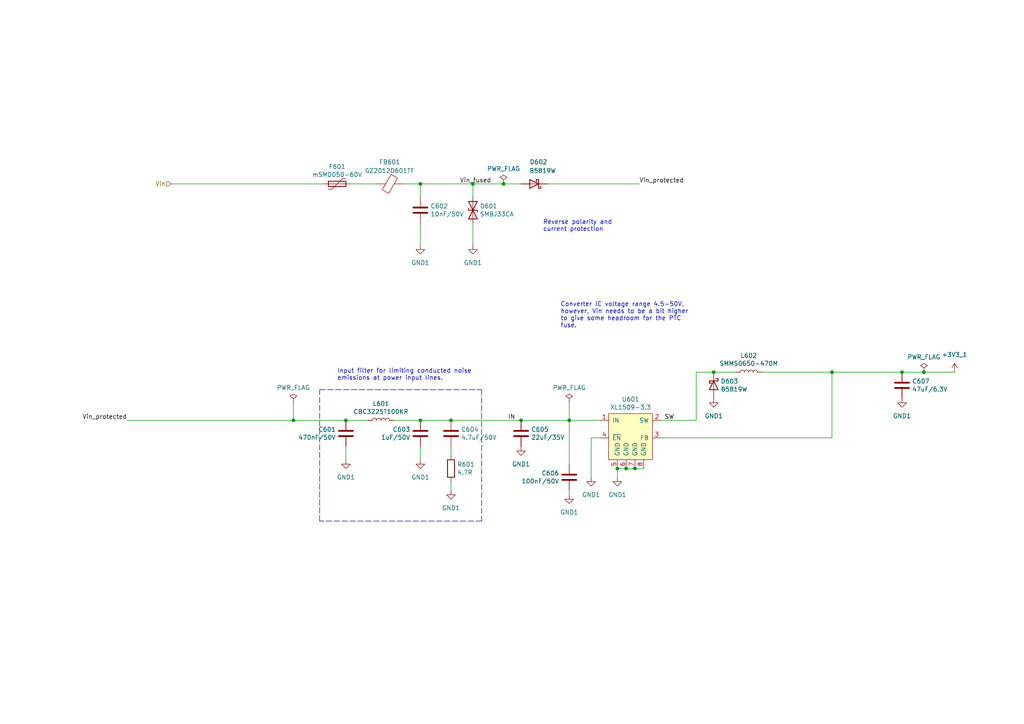
<source format=kicad_sch>
(kicad_sch (version 20211123) (generator eeschema)
  (paper "A4")
  (title_block (title "Sailor Hat WiFi Gateway") (date "2022-01-25") (rev "0.1.0") (company "Hat Labs Ltd") (comment 1 "https://creativecommons.org/licenses/by-sa/4.0") (comment 2 "To view a copy of this license, visit ") (comment 3 "SH-ESP32 is licensed under CC BY-SA 4.0."))
  (lib_symbols
    (symbol "Device:C" (pin_numbers hide) (pin_names (offset 0.254))
      (property "Reference" "C" (at 0.635 2.54 0))
      (property "Value" "C" (at 0.635 -2.54 0))
      (symbol "C_0_1"
        (polyline (pts (xy -2.032 -0.762) (xy 2.032 -0.762)) (stroke (width 0.508)))
        (polyline (pts (xy -2.032 0.762) (xy 2.032 0.762)) (stroke (width 0.508)))
      )
      (symbol "C_1_1"
        (pin passive line (at 0 3.81 270) (length 2.794) (name "~") (number "1"))
        (pin passive line (at 0 -3.81 90) (length 2.794) (name "~") (number "2"))
      )
    )
    (symbol "Device:D_Schottky" (pin_numbers hide) (pin_names (offset 1.016) hide)
      (property "Reference" "D" (at 0 2.54 0))
      (property "Value" "D_Schottky" (at 0 -2.54 0))
      (symbol "D_Schottky_0_1"
        (polyline (pts (xy 1.27 0) (xy -1.27 0)))
        (polyline (pts (xy 1.27 1.27) (xy 1.27 -1.27) (xy -1.27 0) (xy 1.27 1.27)) (stroke (width 0.254)))
        (polyline (pts (xy -1.905 0.635) (xy -1.905 1.27) (xy -1.27 1.27) (xy -1.27 -1.27) (xy -0.635 -1.27) (xy -0.635 -0.635)) (stroke (width 0.254)))
      )
      (symbol "D_Schottky_1_1"
        (pin passive line (at -3.81 0 0) (length 2.54) (name "K") (number "1"))
        (pin passive line (at 3.81 0 180) (length 2.54) (name "A") (number "2"))
      )
    )
    (symbol "Device:D_TVS" (pin_numbers hide) (pin_names (offset 1.016) hide)
      (property "Reference" "D" (at 0 2.54 0))
      (property "Value" "D_TVS" (at 0 -2.54 0))
      (symbol "D_TVS_0_1"
        (polyline (pts (xy 1.27 0) (xy -1.27 0)))
        (polyline (pts (xy 0.508 1.27) (xy 0 1.27) (xy 0 -1.27) (xy -0.508 -1.27)) (stroke (width 0.254)))
        (polyline (pts (xy -2.54 1.27) (xy -2.54 -1.27) (xy 2.54 1.27) (xy 2.54 -1.27) (xy -2.54 1.27)) (stroke (width 0.254)))
      )
      (symbol "D_TVS_1_1"
        (pin passive line (at -3.81 0 0) (length 2.54) (name "A1") (number "1"))
        (pin passive line (at 3.81 0 180) (length 2.54) (name "A2") (number "2"))
      )
    )
    (symbol "Device:FerriteBead" (pin_numbers hide) (pin_names (offset 0))
      (property "Reference" "FB" (at -3.81 0.635 90))
      (property "Value" "FerriteBead" (at 3.81 0 90))
      (symbol "FerriteBead_0_1"
        (polyline (pts (xy 0 -1.27) (xy 0 -1.2192)))
        (polyline (pts (xy 0 1.27) (xy 0 1.2954)))
        (polyline (pts (xy -2.7686 0.4064) (xy -1.7018 2.2606) (xy 2.7686 -0.3048) (xy 1.6764 -2.159) (xy -2.7686 0.4064)))
      )
      (symbol "FerriteBead_1_1"
        (pin passive line (at 0 3.81 270) (length 2.54) (name "~") (number "1"))
        (pin passive line (at 0 -3.81 90) (length 2.54) (name "~") (number "2"))
      )
    )
    (symbol "Device:L" (pin_numbers hide) (pin_names (offset 1.016) hide)
      (property "Reference" "L" (at -1.27 0 90))
      (property "Value" "L" (at 1.905 0 90))
      (symbol "L_0_1"
        (arc (start 0 -2.54) (mid 0.635 -1.905) (end 0 -1.27))
        (arc (start 0 -1.27) (mid 0.635 -0.635) (end 0 0))
        (arc (start 0 0) (mid 0.635 0.635) (end 0 1.27))
        (arc (start 0 1.27) (mid 0.635 1.905) (end 0 2.54))
      )
      (symbol "L_1_1"
        (pin passive line (at 0 3.81 270) (length 1.27) (name "1") (number "1"))
        (pin passive line (at 0 -3.81 90) (length 1.27) (name "2") (number "2"))
      )
    )
    (symbol "Device:Polyfuse" (pin_numbers hide) (pin_names (offset 0))
      (property "Reference" "F" (at -2.54 0 90))
      (property "Value" "Polyfuse" (at 2.54 0 90))
      (symbol "Polyfuse_0_1"
        (rectangle (start -0.762 2.54) (end 0.762 -2.54) (stroke (width 0.254)))
        (polyline (pts (xy 0 2.54) (xy 0 -2.54)))
        (polyline (pts (xy -1.524 2.54) (xy -1.524 1.524) (xy 1.524 -1.524) (xy 1.524 -2.54)))
      )
      (symbol "Polyfuse_1_1"
        (pin passive line (at 0 3.81 270) (length 1.27) (name "~") (number "1"))
        (pin passive line (at 0 -3.81 90) (length 1.27) (name "~") (number "2"))
      )
    )
    (symbol "Device:R" (pin_numbers hide) (pin_names (offset 0))
      (property "Reference" "R" (at 2.032 0 90))
      (property "Value" "R" (at 0 0 90))
      (symbol "R_0_1"
        (rectangle (start -1.016 -2.54) (end 1.016 2.54) (stroke (width 0.254)))
      )
      (symbol "R_1_1"
        (pin passive line (at 0 3.81 270) (length 1.27) (name "~") (number "1"))
        (pin passive line (at 0 -3.81 90) (length 1.27) (name "~") (number "2"))
      )
    )
    (symbol "SH-ESP32:XL1509-ADJE1" (pin_names (offset 1.016))
      (property "Reference" "U" (at 1.27 10.795 0))
      (property "Value" "XL1509-ADJE1" (at 7.62 8.89 0))
      (symbol "XL1509-ADJE1_0_1"
        (rectangle (start -6.35 6.985) (end 6.35 -6.35) (fill (type background)))
      )
      (symbol "XL1509-ADJE1_1_1"
        (pin power_in line (at -8.89 5.08 0) (length 2.54) (name "IN") (number "1"))
        (pin power_out line (at 8.89 5.08 180) (length 2.54) (name "SW") (number "2"))
        (pin input line (at 8.89 0 180) (length 2.54) (name "FB") (number "3"))
        (pin input line (at -8.89 0 0) (length 2.54) (name "~{EN}") (number "4"))
        (pin power_in line (at -3.81 -8.89 90) (length 2.54) (name "GND") (number "5"))
        (pin power_in line (at -1.27 -8.89 90) (length 2.54) (name "GND") (number "6"))
        (pin power_in line (at 1.27 -8.89 90) (length 2.54) (name "GND") (number "7"))
        (pin power_in line (at 3.81 -8.89 90) (length 2.54) (name "GND") (number "8"))
      )
    )
    (symbol "SH-wg:+3V3_1" (power) (pin_names (offset 0))
      (property "Value" "+3V3_1" (at 0 3.556 0))
      (symbol "+3V3_1_0_1"
        (polyline (pts (xy -0.762 1.27) (xy 0 2.54)))
        (polyline (pts (xy 0 0) (xy 0 2.54)))
        (polyline (pts (xy 0 2.54) (xy 0.762 1.27)))
      )
      (symbol "+3V3_1_1_1"
        (pin power_in line (at 0 0 90) (length 0) hide (name "+3V3_1") (number "1"))
      )
    )
    (symbol "power:GND1" (power) (pin_names (offset 0))
      (property "Value" "GND1" (at 0 -3.81 0))
      (symbol "GND1_0_1"
        (polyline (pts (xy 0 0) (xy 0 -1.27) (xy 1.27 -1.27) (xy 0 -2.54) (xy -1.27 -1.27) (xy 0 -1.27)))
      )
      (symbol "GND1_1_1"
        (pin power_in line (at 0 0 270) (length 0) hide (name "GND1") (number "1"))
      )
    )
    (symbol "power:PWR_FLAG" (power) (pin_numbers hide) (pin_names (offset 0) hide)
      (property "Value" "PWR_FLAG" (at 0 3.81 0))
      (symbol "PWR_FLAG_0_0"
        (pin power_out line (at 0 0 90) (length 0) (name "pwr") (number "1"))
      )
      (symbol "PWR_FLAG_0_1"
        (polyline (pts (xy 0 0) (xy 0 1.27) (xy -1.016 1.905) (xy 0 2.54) (xy 1.016 1.905) (xy 0 1.27)))
      )
    )
  )
  (junction (at 261.62 107.95))
  (junction (at 165.1 121.92))
  (junction (at 241.3 107.95))
  (junction (at 130.81 121.92))
  (junction (at 121.92 121.92))
  (junction (at 151.13 121.92))
  (junction (at 179.07 135.89))
  (junction (at 207.01 107.95))
  (junction (at 181.61 135.89))
  (junction (at 267.97 107.95))
  (junction (at 121.92 53.34))
  (junction (at 184.15 135.89))
  (junction (at 85.09 121.92))
  (junction (at 100.33 121.92))
  (junction (at 137.16 53.34))
  (junction (at 146.05 53.34))
  (wire (pts (xy 165.1 116.84) (xy 165.1 121.92)))
  (wire (pts (xy 165.1 121.92) (xy 165.1 134.62)))
  (wire (pts (xy 121.92 53.34) (xy 137.16 53.34)))
  (wire (pts (xy 181.61 135.89) (xy 179.07 135.89)))
  (wire (pts (xy 171.45 127) (xy 173.99 127)))
  (wire (pts (xy 36.83 121.92) (xy 85.09 121.92)))
  (polyline (pts (xy 139.7 113.03) (xy 139.7 151.13)))
  (polyline (pts (xy 139.7 151.13) (xy 92.71 151.13)))
  (wire (pts (xy 116.84 53.34) (xy 121.92 53.34)))
  (wire (pts (xy 130.81 121.92) (xy 151.13 121.92)))
  (wire (pts (xy 179.07 138.43) (xy 179.07 135.89)))
  (wire (pts (xy 146.05 53.34) (xy 151.13 53.34)))
  (wire (pts (xy 85.09 121.92) (xy 100.33 121.92)))
  (wire (pts (xy 165.1 142.24) (xy 165.1 143.51)))
  (wire (pts (xy 130.81 132.08) (xy 130.81 129.54)))
  (wire (pts (xy 137.16 53.34) (xy 146.05 53.34)))
  (wire (pts (xy 207.01 107.95) (xy 201.93 107.95)))
  (wire (pts (xy 241.3 107.95) (xy 261.62 107.95)))
  (wire (pts (xy 121.92 133.35) (xy 121.92 129.54)))
  (wire (pts (xy 201.93 107.95) (xy 201.93 121.92)))
  (wire (pts (xy 49.53 53.34) (xy 93.98 53.34)))
  (wire (pts (xy 114.3 121.92) (xy 121.92 121.92)))
  (wire (pts (xy 151.13 121.92) (xy 165.1 121.92)))
  (wire (pts (xy 137.16 57.15) (xy 137.16 53.34)))
  (wire (pts (xy 201.93 121.92) (xy 191.77 121.92)))
  (wire (pts (xy 186.69 135.89) (xy 184.15 135.89)))
  (wire (pts (xy 130.81 142.24) (xy 130.81 139.7)))
  (wire (pts (xy 100.33 121.92) (xy 106.68 121.92)))
  (wire (pts (xy 267.97 107.95) (xy 276.86 107.95)))
  (wire (pts (xy 173.99 121.92) (xy 165.1 121.92)))
  (wire (pts (xy 158.75 53.34) (xy 185.42 53.34)))
  (polyline (pts (xy 92.71 151.13) (xy 92.71 113.03)))
  (wire (pts (xy 220.98 107.95) (xy 241.3 107.95)))
  (wire (pts (xy 184.15 135.89) (xy 181.61 135.89)))
  (wire (pts (xy 121.92 57.15) (xy 121.92 53.34)))
  (wire (pts (xy 241.3 107.95) (xy 241.3 127)))
  (wire (pts (xy 207.01 107.95) (xy 213.36 107.95)))
  (wire (pts (xy 191.77 127) (xy 241.3 127)))
  (wire (pts (xy 171.45 138.43) (xy 171.45 127)))
  (polyline (pts (xy 92.71 113.03) (xy 139.7 113.03)))
  (wire (pts (xy 85.09 116.84) (xy 85.09 121.92)))
  (wire (pts (xy 261.62 107.95) (xy 267.97 107.95)))
  (wire (pts (xy 100.33 133.35) (xy 100.33 129.54)))
  (wire (pts (xy 101.6 53.34) (xy 109.22 53.34)))
  (wire (pts (xy 121.92 121.92) (xy 130.81 121.92)))
  (wire (pts (xy 121.92 64.77) (xy 121.92 71.12)))
  (wire (pts (xy 137.16 64.77) (xy 137.16 71.12)))
  (text "Input filter for limiting conducted noise \nemissions at power input lines." (at 97.79 110.49 0) (effects (font (size 1.27 1.27)) (justify left bottom)))
  (text "Converter IC voltage range 4.5-50V,\nhowever, Vin needs to be a bit higher\nto give some headroom for the PTC\nfuse." (at 162.56 95.25 0) (effects (font (size 1.27 1.27)) (justify left bottom)))
  (text "Reverse polarity and\ncurrent protection" (at 157.48 67.31 0) (effects (font (size 1.27 1.27)) (justify left bottom)))
  (label "Vin_fused" (at 133.35 53.34 0))
  (label "IN" (at 147.32 121.92 0))
  (label "Vin_protected" (at 185.42 53.34 0))
  (label "SW" (at 195.58 121.92 180))
  (label "Vin_protected" (at 36.83 121.92 180))
  (hierarchical_label "Vin" (shape input) (at 49.53 53.34 180))
  (symbol (lib_id "Device:C") (at 151.13 125.73 0) (unit 1)
    (property "Reference" "C605" (at 154.051 124.5616 0) (effects (justify left)))
    (property "Value" "22uF/35V" (at 154.051 126.873 0) (effects (justify left)))
    (property "Footprint" "Capacitor_SMD:C_1206_3216Metric" (effects hide))
    (property "Notes" "35V" (effects hide))
    (property "LCSC" "C342620" (effects hide))
  )
  (symbol (lib_id "Device:L") (at 217.17 107.95 90) (unit 1)
    (property "Reference" "L602" (at 217.17 103.124 90))
    (property "Value" "SMMS0650-470M" (at 217.17 105.4354 90))
    (property "Footprint" "SH-wg:SMMS0650-1R0M" (effects hide))
    (property "LCSC" "C149588" (effects hide))
  )
  (symbol (lib_id "Device:C") (at 261.62 111.76 0) (unit 1)
    (property "Reference" "C607" (at 264.541 110.5916 0) (effects (justify left)))
    (property "Value" "47uF/6.3V" (at 264.541 112.903 0) (effects (justify left)))
    (property "Footprint" "Capacitor_SMD:C_1206_3216Metric" (effects hide))
    (property "Notes" "Min 6.3V" (effects hide))
    (property "LCSC" "C96123" (effects hide))
  )
  (symbol (lib_id "Device:D_Schottky") (at 207.01 111.76 270) (unit 1)
    (property "Reference" "D603" (at 209.0166 110.5916 90) (effects (justify left)))
    (property "Value" "B5819W" (at 209.0166 112.903 90) (effects (justify left)))
    (property "Footprint" "Diode_SMD:D_SOD-123F" (effects hide))
    (property "LCSC" "C8598" (effects hide))
  )
  (symbol (lib_id "power:PWR_FLAG") (at 85.09 116.84 0) (unit 1)
    (property "Reference" "#FLG0601" (effects hide))
    (property "Value" "PWR_FLAG" (at 85.09 112.4204 0))
  )
  (symbol (lib_id "Device:Polyfuse") (at 97.79 53.34 270) (unit 1)
    (property "Reference" "F601" (at 97.79 48.3362 90))
    (property "Value" "mSMD050-60V" (at 97.79 50.6476 90))
    (property "Footprint" "Fuse:Fuse_1812_4532Metric" (effects hide))
    (property "LCSC" "C70113" (effects hide))
  )
  (symbol (lib_id "power:PWR_FLAG") (at 146.05 53.34 0) (mirror y) (unit 1)
    (property "Reference" "#FLG0602" (effects hide))
    (property "Value" "PWR_FLAG" (at 146.05 48.9458 0))
  )
  (symbol (lib_id "Device:D_TVS") (at 137.16 60.96 270) (unit 1)
    (property "Reference" "D601" (at 139.1666 59.7916 90) (effects (justify left)))
    (property "Value" "SMBJ33CA" (at 139.1666 62.103 90) (effects (justify left)))
    (property "Footprint" "Diode_SMD:D_SMB" (effects hide))
    (property "LCSC" "C114000" (effects hide))
  )
  (symbol (lib_id "power:PWR_FLAG") (at 267.97 107.95 0) (unit 1)
    (property "Reference" "#FLG0604" (effects hide))
    (property "Value" "PWR_FLAG" (at 267.97 103.5558 0))
  )
  (symbol (lib_id "Device:D_Schottky") (at 154.94 53.34 180) (unit 1)
    (property "Reference" "D602" (at 158.75 46.99 0) (effects (justify left)))
    (property "Value" "B5819W" (at 161.29 49.53 0) (effects (justify left)))
    (property "Footprint" "Diode_SMD:D_SOD-123" (effects hide))
    (property "LCSC" "C8598" (effects hide))
  )
  (symbol (lib_id "Device:FerriteBead") (at 113.03 53.34 270) (unit 1)
    (property "Reference" "FB601" (at 113.03 46.99 90))
    (property "Value" "GZ2012D601TF" (at 113.03 49.53 90))
    (property "Footprint" "Inductor_SMD:L_0805_2012Metric" (effects hide))
    (property "LCSC" "C1017" (effects hide))
  )
  (symbol (lib_id "Device:C") (at 121.92 60.96 0) (unit 1)
    (property "Reference" "C602" (at 124.841 59.7916 0) (effects (justify left)))
    (property "Value" "10nF/50V" (at 124.841 62.103 0) (effects (justify left)))
    (property "Footprint" "Capacitor_SMD:C_0402_1005Metric" (effects hide))
    (property "LCSC" "C15195" (effects hide))
  )
  (symbol (lib_id "Device:C") (at 130.81 125.73 0) (unit 1)
    (property "Reference" "C604" (at 133.731 124.5616 0) (effects (justify left)))
    (property "Value" "4.7uF/50V" (at 133.731 126.873 0) (effects (justify left)))
    (property "Footprint" "Capacitor_SMD:C_1206_3216Metric" (effects hide))
    (property "Notes" "50V" (effects hide))
    (property "LCSC" "C29823" (effects hide))
  )
  (symbol (lib_id "Device:R") (at 130.81 135.89 180) (unit 1)
    (property "Reference" "R601" (at 132.588 134.7216 0) (effects (justify right)))
    (property "Value" "4.7R" (at 132.588 137.033 0) (effects (justify right)))
    (property "Footprint" "Resistor_SMD:R_0603_1608Metric" (effects hide))
    (property "LCSC" "C23164" (effects hide))
  )
  (symbol (lib_id "Device:C") (at 100.33 125.73 0) (mirror x) (unit 1)
    (property "Reference" "C601" (at 97.4344 124.5616 0) (effects (justify right)))
    (property "Value" "470nF/50V" (at 97.4344 126.873 0) (effects (justify right)))
    (property "Footprint" "Capacitor_SMD:C_0805_2012Metric" (effects hide))
    (property "LCSC" "C13967" (effects hide))
  )
  (symbol (lib_id "Device:L") (at 110.49 121.92 90) (unit 1)
    (property "Reference" "L601" (at 110.49 117.094 90))
    (property "Value" "CBC3225T100KR" (at 110.49 119.4054 90))
    (property "Footprint" "Inductor_SMD:L_1210_3225Metric" (effects hide))
    (property "LCSC" "C90321" (effects hide))
    (property "Notes" "Alternative: CBC3225T100KR" (effects hide))
  )
  (symbol (lib_id "Device:C") (at 121.92 125.73 0) (mirror x) (unit 1)
    (property "Reference" "C603" (at 118.999 124.5616 0) (effects (justify right)))
    (property "Value" "1uF/50V" (at 118.999 126.873 0) (effects (justify right)))
    (property "Footprint" "Capacitor_SMD:C_0805_2012Metric" (effects hide))
    (property "LCSC" "C215803" (effects hide))
  )
  (symbol (lib_id "power:PWR_FLAG") (at 165.1 116.84 0) (unit 1)
    (property "Reference" "#FLG0603" (effects hide))
    (property "Value" "PWR_FLAG" (at 165.1 112.4204 0))
  )
  (symbol (lib_id "SH-ESP32:XL1509-ADJE1") (at 182.88 127 0) (unit 1)
    (property "Reference" "U601" (at 182.88 115.824 0))
    (property "Value" "XL1509-3.3" (at 182.88 118.1354 0))
    (property "Footprint" "Package_SO:SOP-8_3.9x4.9mm_P1.27mm" (effects hide))
    (property "LCSC" "C2681226" (effects hide))
  )
  (symbol (lib_id "power:GND1") (at 121.92 133.35 0) (unit 1)
    (property "Reference" "#PWR0603" (effects hide))
    (property "Value" "GND1" (at 121.92 138.43 0))
  )
  (symbol (lib_id "power:GND1") (at 100.33 133.35 0) (unit 1)
    (property "Reference" "#PWR0601" (effects hide))
    (property "Value" "GND1" (at 100.33 138.43 0))
  )
  (symbol (lib_id "Device:C") (at 165.1 138.43 0) (mirror y) (unit 1)
    (property "Reference" "C606" (at 162.179 137.2616 0) (effects (justify left)))
    (property "Value" "100nF/50V" (at 162.179 139.573 0) (effects (justify left)))
    (property "Footprint" "Capacitor_SMD:C_0402_1005Metric" (effects hide))
    (property "LCSC" "C307331" (effects hide))
  )
  (symbol (lib_id "power:GND1") (at 165.1 143.51 0) (unit 1)
    (property "Reference" "#PWR0607" (effects hide))
    (property "Value" "GND1" (at 165.1 148.59 0))
  )
  (symbol (lib_id "power:GND1") (at 130.81 142.24 0) (unit 1)
    (property "Reference" "#PWR0604" (effects hide))
    (property "Value" "GND1" (at 130.81 147.32 0))
  )
  (symbol (lib_id "power:GND1") (at 171.45 138.43 0) (unit 1)
    (property "Reference" "#PWR0608" (effects hide))
    (property "Value" "GND1" (at 171.45 143.51 0))
  )
  (symbol (lib_id "power:GND1") (at 179.07 138.43 0) (unit 1)
    (property "Reference" "#PWR0609" (effects hide))
    (property "Value" "GND1" (at 179.07 143.51 0))
  )
  (symbol (lib_id "power:GND1") (at 207.01 115.57 0) (unit 1)
    (property "Reference" "#PWR0610" (effects hide))
    (property "Value" "GND1" (at 207.01 120.65 0))
  )
  (symbol (lib_id "power:GND1") (at 121.92 71.12 0) (unit 1)
    (property "Reference" "#PWR0602" (effects hide))
    (property "Value" "GND1" (at 121.92 76.2 0))
  )
  (symbol (lib_id "power:GND1") (at 137.16 71.12 0) (unit 1)
    (property "Reference" "#PWR0605" (effects hide))
    (property "Value" "GND1" (at 137.16 76.2 0))
  )
  (symbol (lib_id "SH-wg:+3V3_1") (at 276.86 107.95 0) (unit 1)
    (property "Reference" "#PWR0612" (effects hide))
    (property "Value" "+3V3_1" (at 276.86 102.87 0))
  )
  (symbol (lib_id "power:GND1") (at 261.62 115.57 0) (unit 1)
    (property "Reference" "#PWR0611" (effects hide))
    (property "Value" "GND1" (at 261.62 120.65 0))
  )
  (symbol (lib_id "power:GND1") (at 151.13 129.54 0) (unit 1)
    (property "Reference" "#PWR0606" (effects hide))
    (property "Value" "GND1" (at 151.13 134.62 0))
  )
)
</source>
